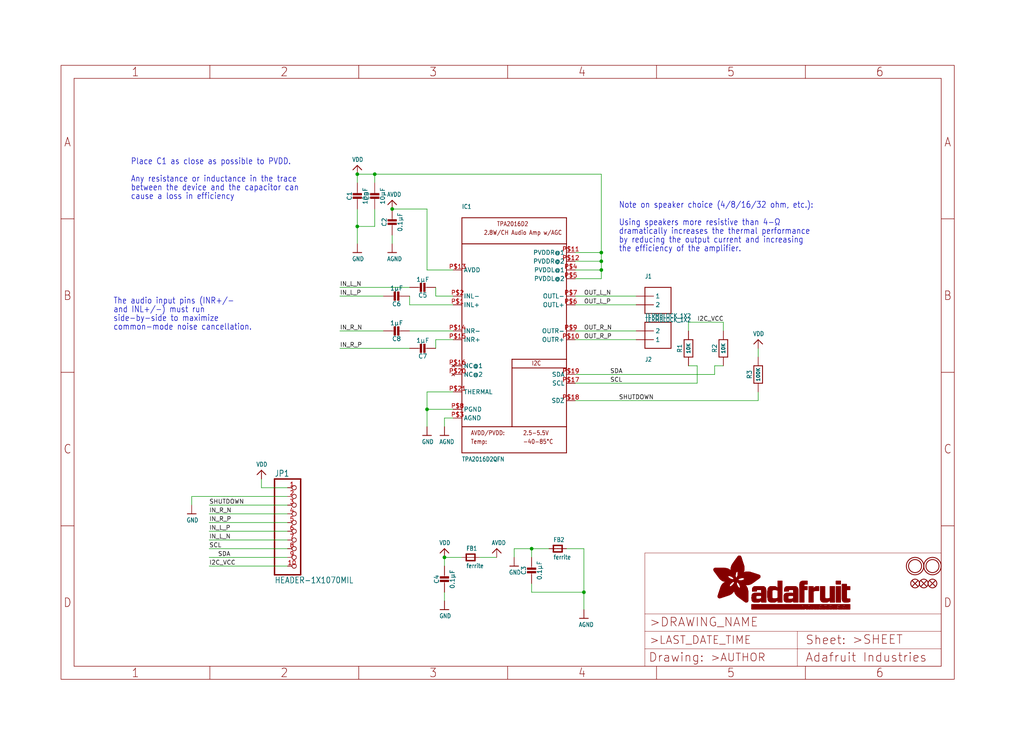
<source format=kicad_sch>
(kicad_sch (version 20211123) (generator eeschema)
  (paper "User" 298.45 217.881)
  (lib_symbols
    (symbol "eagleSchem-eagle-import:AGND" (power)
      (property "Value" "AGND" (at -1.524 -2.54 0))
      (symbol "AGND_1_0"
        (pin power_in line (at 0 2.54 270) (length 2.54) (name "AGND") (number "1"))
      )
    )
    (symbol "eagleSchem-eagle-import:AVDD" (power)
      (property "Value" "AVDD" (at -1.524 1.016 0))
      (symbol "AVDD_1_0"
        (pin power_in line (at 0 -2.54 90) (length 2.54) (name "AVDD") (number "1"))
      )
    )
    (symbol "eagleSchem-eagle-import:CAP_CERAMIC0805-NOOUTLINE"
      (property "Reference" "C" (at -2.29 1.25 90))
      (property "Value" "CAP_CERAMIC0805-NOOUTLINE" (at 2.3 1.25 90))
      (symbol "CAP_CERAMIC0805-NOOUTLINE_1_0"
        (pin passive line (at 0 5.08 270) (length 2.54) (name "1") (number "1"))
        (pin passive line (at 0 -2.54 90) (length 2.54) (name "2") (number "2"))
      )
    )
    (symbol "eagleSchem-eagle-import:FERRITE_0805MP"
      (property "Reference" "FB" (at -1.27 1.905 0))
      (property "Value" "FERRITE_0805MP" (at -1.27 -3.175 0))
      (symbol "FERRITE_0805MP_1_0"
        (pin passive line (at -2.54 0 0) (length 2.54) (name "P$1") (number "1"))
        (pin passive line (at 2.54 0 180) (length 2.54) (name "P$2") (number "2"))
      )
    )
    (symbol "eagleSchem-eagle-import:FIDUCIAL{dblquote}{dblquote}")
    (symbol "eagleSchem-eagle-import:FRAME_A4_ADAFRUIT"
      (symbol "FRAME_A4_ADAFRUIT_1_0"
        (text "1" (at 21.6958 1.905 0) (effects (font (size 2.54 2.286))))
        (text "1" (at 21.6958 177.165 0) (effects (font (size 2.54 2.286))))
        (text "2" (at 65.0875 1.905 0) (effects (font (size 2.54 2.286))))
        (text "2" (at 65.0875 177.165 0) (effects (font (size 2.54 2.286))))
        (text "3" (at 108.4792 1.905 0) (effects (font (size 2.54 2.286))))
        (text "3" (at 108.4792 177.165 0) (effects (font (size 2.54 2.286))))
        (text "4" (at 151.8708 1.905 0) (effects (font (size 2.54 2.286))))
        (text "4" (at 151.8708 177.165 0) (effects (font (size 2.54 2.286))))
        (text "5" (at 195.2625 1.905 0) (effects (font (size 2.54 2.286))))
        (text "5" (at 195.2625 177.165 0) (effects (font (size 2.54 2.286))))
        (text "6" (at 238.6542 1.905 0) (effects (font (size 2.54 2.286))))
        (text "6" (at 238.6542 177.165 0) (effects (font (size 2.54 2.286))))
        (text ">AUTHOR" (at 189.23 5.08 0) (effects (font (size 2.286 2.286)) (justify left bottom)))
        (text ">DRAWING_NAME" (at 171.45 15.24 0) (effects (font (size 2.54 2.54)) (justify left bottom)))
        (text ">LAST_DATE_TIME" (at 171.45 10.16 0) (effects (font (size 2.286 2.286)) (justify left bottom)))
        (text ">SHEET" (at 230.505 10.16 0) (effects (font (size 2.54 2.54)) (justify left bottom)))
        (text "A" (at 1.905 156.6863 0) (effects (font (size 2.54 2.286))))
        (text "A" (at 258.445 156.6863 0) (effects (font (size 2.54 2.286))))
        (text "Adafruit Industries" (at 216.916 4.953 0) (effects (font (size 2.54 2.54)) (justify left bottom)))
        (text "B" (at 1.905 111.9188 0) (effects (font (size 2.54 2.286))))
        (text "B" (at 258.445 111.9188 0) (effects (font (size 2.54 2.286))))
        (text "C" (at 1.905 67.1513 0) (effects (font (size 2.54 2.286))))
        (text "C" (at 258.445 67.1513 0) (effects (font (size 2.54 2.286))))
        (text "D" (at 1.905 22.3838 0) (effects (font (size 2.54 2.286))))
        (text "D" (at 258.445 22.3838 0) (effects (font (size 2.54 2.286))))
        (text "Drawing:" (at 171.196 4.953 0) (effects (font (size 2.54 2.54)) (justify left bottom)))
        (text "Sheet:" (at 216.916 10.033 0) (effects (font (size 2.54 2.54)) (justify left bottom)))
      )
    )
    (symbol "eagleSchem-eagle-import:GND" (power)
      (property "Value" "GND" (at -1.524 -2.54 0))
      (symbol "GND_1_0"
        (pin power_in line (at 0 2.54 270) (length 2.54) (name "GND") (number "1"))
      )
    )
    (symbol "eagleSchem-eagle-import:HEADER-1X1070MIL"
      (property "Reference" "JP" (at -6.35 13.335 0))
      (property "Value" "HEADER-1X1070MIL" (at -6.35 -17.78 0))
      (symbol "HEADER-1X1070MIL_1_0"
        (pin passive inverted (at -2.54 10.16 0) (length 2.54) (name "1") (number "1"))
        (pin passive inverted (at -2.54 -12.7 0) (length 2.54) (name "10") (number "10"))
        (pin passive inverted (at -2.54 7.62 0) (length 2.54) (name "2") (number "2"))
        (pin passive inverted (at -2.54 5.08 0) (length 2.54) (name "3") (number "3"))
        (pin passive inverted (at -2.54 2.54 0) (length 2.54) (name "4") (number "4"))
        (pin passive inverted (at -2.54 0 0) (length 2.54) (name "5") (number "5"))
        (pin passive inverted (at -2.54 -2.54 0) (length 2.54) (name "6") (number "6"))
        (pin passive inverted (at -2.54 -5.08 0) (length 2.54) (name "7") (number "7"))
        (pin passive inverted (at -2.54 -7.62 0) (length 2.54) (name "8") (number "8"))
        (pin passive inverted (at -2.54 -10.16 0) (length 2.54) (name "9") (number "9"))
      )
    )
    (symbol "eagleSchem-eagle-import:MOUNTINGHOLE2.5_THICK")
    (symbol "eagleSchem-eagle-import:RESISTOR0805_NOOUTLINE"
      (property "Reference" "R" (at 0 2.54 0))
      (property "Value" "RESISTOR0805_NOOUTLINE" (at 0 0 0))
      (symbol "RESISTOR0805_NOOUTLINE_1_0"
        (pin passive line (at -5.08 0 0) (length 2.54) (name "1") (number "1"))
        (pin passive line (at 5.08 0 180) (length 2.54) (name "2") (number "2"))
      )
    )
    (symbol "eagleSchem-eagle-import:TERMBLOCK_1X2"
      (property "Reference" "X" (at -2.54 7.62 0))
      (property "Value" "TERMBLOCK_1X2" (at -2.54 -5.08 0))
      (symbol "TERMBLOCK_1X2_1_0"
        (pin passive line (at -5.08 2.54 0) (length 5.08) (name "1") (number "1"))
        (pin passive line (at -5.08 0 0) (length 5.08) (name "2") (number "2"))
      )
    )
    (symbol "eagleSchem-eagle-import:TPA2016D2QFN"
      (property "Reference" "IC" (at -15.24 33.02 0))
      (property "Value" "TPA2016D2QFN" (at -15.24 -40.64 0))
      (symbol "TPA2016D2QFN_1_0"
        (text "-40-85°C" (at 2.54 -35.56 0) (effects (font (size 1.27 1.0795)) (justify left bottom)))
        (text "2.5-5.5V" (at 2.54 -33.02 0) (effects (font (size 1.27 1.0795)) (justify left bottom)))
        (text "2.8W/CH Audio Amp w/AGC" (at -8.89 25.4 0) (effects (font (size 1.27 1.0795)) (justify left bottom)))
        (text "AVDD/PVDD:" (at -12.7 -33.02 0) (effects (font (size 1.27 1.0795)) (justify left bottom)))
        (text "I2C" (at 5.08 -12.7 0) (effects (font (size 1.27 1.0795)) (justify left bottom)))
        (text "Temp:" (at -12.7 -35.56 0) (effects (font (size 1.27 1.0795)) (justify left bottom)))
        (text "TPA2016D2" (at -5.08 27.94 0) (effects (font (size 1.27 1.0795)) (justify left bottom)))
        (pin input line (at -17.78 5.08 0) (length 2.54) (name "INL+") (number "P$1"))
        (pin output line (at 17.78 -5.08 180) (length 2.54) (name "OUTR+") (number "P$10"))
        (pin power_in line (at 17.78 20.32 180) (length 2.54) (name "PVDDR@1") (number "P$11"))
        (pin power_in line (at 17.78 17.78 180) (length 2.54) (name "PVDDR@2") (number "P$12"))
        (pin power_in line (at -17.78 15.24 0) (length 2.54) (name "AVDD") (number "P$13"))
        (pin input line (at -17.78 -2.54 0) (length 2.54) (name "INR-") (number "P$14"))
        (pin input line (at -17.78 -5.08 0) (length 2.54) (name "INR+") (number "P$15"))
        (pin no_connect line (at -17.78 -12.7 0) (length 2.54) (name "NC@1") (number "P$16"))
        (pin bidirectional line (at 17.78 -17.78 180) (length 2.54) (name "SCL") (number "P$17"))
        (pin input line (at 17.78 -22.86 180) (length 2.54) (name "SDZ") (number "P$18"))
        (pin bidirectional line (at 17.78 -15.24 180) (length 2.54) (name "SDA") (number "P$19"))
        (pin input line (at -17.78 7.62 0) (length 2.54) (name "INL-") (number "P$2"))
        (pin no_connect line (at -17.78 -15.24 0) (length 2.54) (name "NC@2") (number "P$20"))
        (pin bidirectional line (at -17.78 -20.32 0) (length 2.54) (name "THERMAL") (number "P$21"))
        (pin power_in line (at -17.78 -27.94 0) (length 2.54) (name "AGND") (number "P$3"))
        (pin power_in line (at 17.78 15.24 180) (length 2.54) (name "PVDDL@1") (number "P$4"))
        (pin power_in line (at 17.78 12.7 180) (length 2.54) (name "PVDDL@2") (number "P$5"))
        (pin output line (at 17.78 5.08 180) (length 2.54) (name "OUTL+") (number "P$6"))
        (pin output line (at 17.78 7.62 180) (length 2.54) (name "OUTL-") (number "P$7"))
        (pin power_in line (at -17.78 -25.4 0) (length 2.54) (name "PGND") (number "P$8"))
        (pin output line (at 17.78 -2.54 180) (length 2.54) (name "OUTR-") (number "P$9"))
      )
    )
    (symbol "eagleSchem-eagle-import:VDD" (power)
      (property "Value" "VDD" (at -1.524 1.016 0))
      (symbol "VDD_1_0"
        (pin power_in line (at 0 -2.54 90) (length 2.54) (name "VDD") (number "1"))
      )
    )
  )
  (junction (at 175.26 73.66))
  (junction (at 109.22 50.8))
  (junction (at 104.14 66.04))
  (junction (at 154.94 160.02))
  (junction (at 114.3 60.96))
  (junction (at 170.18 172.72))
  (junction (at 104.14 50.8))
  (junction (at 124.46 119.38))
  (junction (at 175.26 78.74))
  (junction (at 129.54 162.56))
  (junction (at 175.26 76.2))
  (wire (pts (xy 109.22 66.04) (xy 109.22 60.96)))
  (wire (pts (xy 160.02 160.02) (xy 154.94 160.02)))
  (wire (pts (xy 114.3 68.58) (xy 114.3 71.12)))
  (wire (pts (xy 175.26 81.28) (xy 167.64 81.28)))
  (wire (pts (xy 167.64 109.22) (xy 208.28 109.22)))
  (wire (pts (xy 119.38 96.52) (xy 132.08 96.52)))
  (wire (pts (xy 129.54 162.56) (xy 134.62 162.56)))
  (wire (pts (xy 104.14 50.8) (xy 109.22 50.8)))
  (wire (pts (xy 83.82 149.86) (xy 60.96 149.86)))
  (wire (pts (xy 129.54 162.56) (xy 129.54 165.1)))
  (wire (pts (xy 127 86.36) (xy 127 83.82)))
  (wire (pts (xy 170.18 172.72) (xy 170.18 177.8)))
  (wire (pts (xy 104.14 50.8) (xy 104.14 53.34)))
  (wire (pts (xy 55.88 144.78) (xy 55.88 147.32)))
  (wire (pts (xy 119.38 86.36) (xy 119.38 88.9)))
  (wire (pts (xy 139.7 162.56) (xy 144.78 162.56)))
  (wire (pts (xy 203.2 106.68) (xy 200.66 106.68)))
  (wire (pts (xy 165.1 160.02) (xy 170.18 160.02)))
  (wire (pts (xy 167.64 78.74) (xy 175.26 78.74)))
  (wire (pts (xy 154.94 172.72) (xy 170.18 172.72)))
  (wire (pts (xy 220.98 116.84) (xy 220.98 114.3)))
  (wire (pts (xy 124.46 60.96) (xy 114.3 60.96)))
  (wire (pts (xy 220.98 101.6) (xy 220.98 104.14)))
  (wire (pts (xy 167.64 111.76) (xy 203.2 111.76)))
  (wire (pts (xy 154.94 160.02) (xy 149.86 160.02)))
  (wire (pts (xy 208.28 106.68) (xy 210.82 106.68)))
  (wire (pts (xy 210.82 93.98) (xy 200.66 93.98)))
  (wire (pts (xy 175.26 78.74) (xy 175.26 81.28)))
  (wire (pts (xy 111.76 86.36) (xy 99.06 86.36)))
  (wire (pts (xy 167.64 96.52) (xy 185.42 96.52)))
  (wire (pts (xy 127 101.6) (xy 127 99.06)))
  (wire (pts (xy 167.64 73.66) (xy 175.26 73.66)))
  (wire (pts (xy 109.22 50.8) (xy 175.26 50.8)))
  (wire (pts (xy 60.96 162.56) (xy 83.82 162.56)))
  (wire (pts (xy 83.82 147.32) (xy 60.96 147.32)))
  (wire (pts (xy 109.22 53.34) (xy 109.22 50.8)))
  (wire (pts (xy 154.94 160.02) (xy 154.94 162.56)))
  (wire (pts (xy 104.14 66.04) (xy 109.22 66.04)))
  (wire (pts (xy 55.88 144.78) (xy 83.82 144.78)))
  (wire (pts (xy 167.64 99.06) (xy 185.42 99.06)))
  (wire (pts (xy 124.46 114.3) (xy 124.46 119.38)))
  (wire (pts (xy 83.82 142.24) (xy 76.2 142.24)))
  (wire (pts (xy 119.38 88.9) (xy 132.08 88.9)))
  (wire (pts (xy 149.86 160.02) (xy 149.86 162.56)))
  (wire (pts (xy 175.26 76.2) (xy 175.26 78.74)))
  (wire (pts (xy 167.64 88.9) (xy 185.42 88.9)))
  (wire (pts (xy 210.82 96.52) (xy 210.82 93.98)))
  (wire (pts (xy 129.54 172.72) (xy 129.54 175.26)))
  (wire (pts (xy 167.64 86.36) (xy 185.42 86.36)))
  (wire (pts (xy 154.94 170.18) (xy 154.94 172.72)))
  (wire (pts (xy 129.54 121.92) (xy 129.54 124.46)))
  (wire (pts (xy 83.82 165.1) (xy 60.96 165.1)))
  (wire (pts (xy 200.66 96.52) (xy 200.66 93.98)))
  (wire (pts (xy 208.28 109.22) (xy 208.28 106.68)))
  (wire (pts (xy 127 99.06) (xy 132.08 99.06)))
  (wire (pts (xy 99.06 101.6) (xy 119.38 101.6)))
  (wire (pts (xy 83.82 160.02) (xy 60.96 160.02)))
  (wire (pts (xy 99.06 83.82) (xy 119.38 83.82)))
  (wire (pts (xy 132.08 78.74) (xy 124.46 78.74)))
  (wire (pts (xy 104.14 60.96) (xy 104.14 66.04)))
  (wire (pts (xy 132.08 119.38) (xy 124.46 119.38)))
  (wire (pts (xy 132.08 86.36) (xy 127 86.36)))
  (wire (pts (xy 132.08 114.3) (xy 124.46 114.3)))
  (wire (pts (xy 76.2 142.24) (xy 76.2 139.7)))
  (wire (pts (xy 124.46 119.38) (xy 124.46 124.46)))
  (wire (pts (xy 167.64 116.84) (xy 220.98 116.84)))
  (wire (pts (xy 175.26 50.8) (xy 175.26 73.66)))
  (wire (pts (xy 203.2 111.76) (xy 203.2 106.68)))
  (wire (pts (xy 83.82 157.48) (xy 60.96 157.48)))
  (wire (pts (xy 170.18 160.02) (xy 170.18 172.72)))
  (wire (pts (xy 124.46 78.74) (xy 124.46 60.96)))
  (wire (pts (xy 104.14 66.04) (xy 104.14 71.12)))
  (wire (pts (xy 175.26 76.2) (xy 167.64 76.2)))
  (wire (pts (xy 175.26 73.66) (xy 175.26 76.2)))
  (wire (pts (xy 132.08 121.92) (xy 129.54 121.92)))
  (wire (pts (xy 83.82 154.94) (xy 60.96 154.94)))
  (wire (pts (xy 111.76 96.52) (xy 99.06 96.52)))
  (wire (pts (xy 83.82 152.4) (xy 60.96 152.4)))
  (text "the efficiency of the amplifier." (at 180.34 73.66 180) (effects (font (size 1.778 1.5113)) (justify left bottom)))
  (text "Using speakers more resistive than 4-Ω" (at 180.34 66.04 180) (effects (font (size 1.778 1.5113)) (justify left bottom)))
  (text "Any resistance or inductance in the trace" (at 38.1 53.34 180) (effects (font (size 1.778 1.5113)) (justify left bottom)))
  (text "cause a loss in efficiency" (at 38.1 58.42 180) (effects (font (size 1.778 1.5113)) (justify left bottom)))
  (text "Place C1 as close as possible to PVDD." (at 38.1 48.26 180) (effects (font (size 1.778 1.5113)) (justify left bottom)))
  (text "and INL+/-) must run" (at 33.02 91.44 180) (effects (font (size 1.778 1.5113)) (justify left bottom)))
  (text "between the device and the capacitor can" (at 38.1 55.88 180) (effects (font (size 1.778 1.5113)) (justify left bottom)))
  (text "The audio input pins (INR+/-" (at 33.02 88.9 180) (effects (font (size 1.778 1.5113)) (justify left bottom)))
  (text "side-by-side to maximize" (at 33.02 93.98 180) (effects (font (size 1.778 1.5113)) (justify left bottom)))
  (text "Note on speaker choice (4/8/16/32 ohm, etc.):" (at 180.34 60.96 180) (effects (font (size 1.778 1.5113)) (justify left bottom)))
  (text "by reducing the output current and increasing" (at 180.34 71.12 180) (effects (font (size 1.778 1.5113)) (justify left bottom)))
  (text "dramatically increases the thermal performance" (at 180.34 68.58 180) (effects (font (size 1.778 1.5113)) (justify left bottom)))
  (text "common-mode noise cancellation." (at 33.02 96.52 180) (effects (font (size 1.778 1.5113)) (justify left bottom)))
  (label "IN_R_P" (at 60.96 152.4 0) (effects (font (size 1.2446 1.2446))))
  (label "SDA" (at 177.8 109.22 0) (effects (font (size 1.2446 1.2446))))
  (label "IN_L_N" (at 60.96 157.48 0) (effects (font (size 1.2446 1.2446))))
  (label "IN_L_P" (at 99.06 86.36 0) (effects (font (size 1.2446 1.2446))))
  (label "I2C_VCC" (at 60.96 165.1 0) (effects (font (size 1.2446 1.2446))))
  (label "IN_L_N" (at 99.06 83.82 0) (effects (font (size 1.2446 1.2446))))
  (label "SHUTDOWN" (at 60.96 147.32 0) (effects (font (size 1.2446 1.2446))))
  (label "IN_R_N" (at 99.06 96.52 0) (effects (font (size 1.2446 1.2446))))
  (label "OUT_L_P" (at 170.18 88.9 0) (effects (font (size 1.2446 1.2446))))
  (label "SCL" (at 60.96 160.02 0) (effects (font (size 1.2446 1.2446))))
  (label "IN_R_P" (at 99.06 101.6 0) (effects (font (size 1.2446 1.2446))))
  (label "SDA" (at 63.5 162.56 0) (effects (font (size 1.2446 1.2446))))
  (label "OUT_R_P" (at 170.18 99.06 0) (effects (font (size 1.2446 1.2446))))
  (label "IN_L_P" (at 60.96 154.94 0) (effects (font (size 1.2446 1.2446))))
  (label "I2C_VCC" (at 203.2 93.98 0) (effects (font (size 1.2446 1.2446))))
  (label "OUT_L_N" (at 170.18 86.36 0) (effects (font (size 1.2446 1.2446))))
  (label "OUT_R_N" (at 170.18 96.52 0) (effects (font (size 1.2446 1.2446))))
  (label "SCL" (at 177.8 111.76 0) (effects (font (size 1.2446 1.2446))))
  (label "SHUTDOWN" (at 180.34 116.84 0) (effects (font (size 1.2446 1.2446))))
  (label "IN_R_N" (at 60.96 149.86 0) (effects (font (size 1.2446 1.2446))))
  (symbol (lib_id "eagleSchem-eagle-import:FIDUCIAL{dblquote}{dblquote}") (at 269.24 170.18 0) (unit 1)
    (property "Reference" "FID2" (effects hide))
    (property "Value" "FIDUCIAL{dblquote}{dblquote}" (effects hide))
    (property "Footprint" "eagleSchem:FIDUCIAL_1MM" (effects hide))
  )
  (symbol (lib_id "eagleSchem-eagle-import:AGND") (at 129.54 127 0) (unit 1)
    (property "Reference" "#U$14" (effects hide))
    (property "Value" "AGND" (at 128.016 129.54 0) (effects (font (size 1.27 1.0795)) (justify left bottom)))
    (property "Footprint" "eagleSchem:" (effects hide))
  )
  (symbol (lib_id "eagleSchem-eagle-import:GND") (at 149.86 165.1 0) (unit 1)
    (property "Reference" "#U$6" (effects hide))
    (property "Value" "GND" (at 148.336 167.64 0) (effects (font (size 1.27 1.0795)) (justify left bottom)))
    (property "Footprint" "eagleSchem:" (effects hide))
  )
  (symbol (lib_id "eagleSchem-eagle-import:CAP_CERAMIC0805-NOOUTLINE") (at 116.84 86.36 90) (unit 1)
    (property "Reference" "C6" (at 115.59 88.65 90))
    (property "Value" "1µF" (at 115.59 84.06 90))
    (property "Footprint" "eagleSchem:0805-NO" (effects hide))
  )
  (symbol (lib_id "eagleSchem-eagle-import:CAP_CERAMIC0805-NOOUTLINE") (at 129.54 170.18 0) (unit 1)
    (property "Reference" "C4" (at 127.25 168.93 90))
    (property "Value" "0.1µF" (at 131.84 168.93 90))
    (property "Footprint" "eagleSchem:0805-NO" (effects hide))
  )
  (symbol (lib_id "eagleSchem-eagle-import:CAP_CERAMIC0805-NOOUTLINE") (at 116.84 96.52 90) (unit 1)
    (property "Reference" "C8" (at 115.59 98.81 90))
    (property "Value" "1µF" (at 115.59 94.22 90))
    (property "Footprint" "eagleSchem:0805-NO" (effects hide))
  )
  (symbol (lib_id "eagleSchem-eagle-import:AGND") (at 170.18 180.34 0) (unit 1)
    (property "Reference" "#U$8" (effects hide))
    (property "Value" "AGND" (at 168.656 182.88 0) (effects (font (size 1.27 1.0795)) (justify left bottom)))
    (property "Footprint" "eagleSchem:" (effects hide))
  )
  (symbol (lib_id "eagleSchem-eagle-import:TERMBLOCK_1X2") (at 190.5 96.52 0) (mirror x) (unit 1)
    (property "Reference" "J2" (at 187.96 104.14 0) (effects (font (size 1.27 1.0795)) (justify left bottom)))
    (property "Value" "TERMBLOCK_1X2" (at 187.96 91.44 0) (effects (font (size 1.27 1.0795)) (justify left bottom)))
    (property "Footprint" "eagleSchem:TERMBLOCK_1X2-3.5MM" (effects hide))
  )
  (symbol (lib_id "eagleSchem-eagle-import:RESISTOR0805_NOOUTLINE") (at 200.66 101.6 90) (unit 1)
    (property "Reference" "R1" (at 198.12 101.6 0))
    (property "Value" "10K" (at 200.66 101.6 0) (effects (font (size 1.016 1.016) bold)))
    (property "Footprint" "eagleSchem:0805-NO" (effects hide))
  )
  (symbol (lib_id "eagleSchem-eagle-import:AVDD") (at 114.3 58.42 0) (unit 1)
    (property "Reference" "#U$15" (effects hide))
    (property "Value" "AVDD" (at 112.776 57.404 0) (effects (font (size 1.27 1.0795)) (justify left bottom)))
    (property "Footprint" "eagleSchem:" (effects hide))
  )
  (symbol (lib_id "eagleSchem-eagle-import:TERMBLOCK_1X2") (at 190.5 88.9 0) (unit 1)
    (property "Reference" "J1" (at 187.96 81.28 0) (effects (font (size 1.27 1.0795)) (justify left bottom)))
    (property "Value" "TERMBLOCK_1X2" (at 187.96 93.98 0) (effects (font (size 1.27 1.0795)) (justify left bottom)))
    (property "Footprint" "eagleSchem:TERMBLOCK_1X2-3.5MM" (effects hide))
  )
  (symbol (lib_id "eagleSchem-eagle-import:CAP_CERAMIC0805-NOOUTLINE") (at 109.22 58.42 0) (unit 1)
    (property "Reference" "C9" (at 106.93 57.17 90))
    (property "Value" "10µF" (at 111.52 57.17 90))
    (property "Footprint" "eagleSchem:0805-NO" (effects hide))
  )
  (symbol (lib_id "eagleSchem-eagle-import:RESISTOR0805_NOOUTLINE") (at 220.98 109.22 90) (unit 1)
    (property "Reference" "R3" (at 218.44 109.22 0))
    (property "Value" "100K" (at 220.98 109.22 0) (effects (font (size 1.016 1.016) bold)))
    (property "Footprint" "eagleSchem:0805-NO" (effects hide))
  )
  (symbol (lib_id "eagleSchem-eagle-import:VDD") (at 129.54 160.02 0) (unit 1)
    (property "Reference" "#U$7" (effects hide))
    (property "Value" "VDD" (at 128.016 159.004 0) (effects (font (size 1.27 1.0795)) (justify left bottom)))
    (property "Footprint" "eagleSchem:" (effects hide))
  )
  (symbol (lib_id "eagleSchem-eagle-import:CAP_CERAMIC0805-NOOUTLINE") (at 154.94 167.64 0) (unit 1)
    (property "Reference" "C3" (at 152.65 166.39 90))
    (property "Value" "0.1µF" (at 157.24 166.39 90))
    (property "Footprint" "eagleSchem:0805-NO" (effects hide))
  )
  (symbol (lib_id "eagleSchem-eagle-import:FRAME_A4_ADAFRUIT") (at 17.78 198.12 0) (unit 1)
    (property "Reference" "#U$1" (effects hide))
    (property "Value" "FRAME_A4_ADAFRUIT" (effects hide))
    (property "Footprint" "eagleSchem:" (effects hide))
  )
  (symbol (lib_id "eagleSchem-eagle-import:AVDD") (at 144.78 160.02 0) (unit 1)
    (property "Reference" "#U$9" (effects hide))
    (property "Value" "AVDD" (at 143.256 159.004 0) (effects (font (size 1.27 1.0795)) (justify left bottom)))
    (property "Footprint" "eagleSchem:" (effects hide))
  )
  (symbol (lib_id "eagleSchem-eagle-import:CAP_CERAMIC0805-NOOUTLINE") (at 124.46 83.82 90) (unit 1)
    (property "Reference" "C5" (at 123.21 86.11 90))
    (property "Value" "1µF" (at 123.21 81.52 90))
    (property "Footprint" "eagleSchem:0805-NO" (effects hide))
  )
  (symbol (lib_id "eagleSchem-eagle-import:HEADER-1X1070MIL") (at 86.36 152.4 0) (unit 1)
    (property "Reference" "JP1" (at 80.01 139.065 0) (effects (font (size 1.778 1.5113)) (justify left bottom)))
    (property "Value" "HEADER-1X1070MIL" (at 80.01 170.18 0) (effects (font (size 1.778 1.5113)) (justify left bottom)))
    (property "Footprint" "eagleSchem:1X10_ROUND70" (effects hide))
  )
  (symbol (lib_id "eagleSchem-eagle-import:FIDUCIAL{dblquote}{dblquote}") (at 266.7 170.18 0) (unit 1)
    (property "Reference" "FID3" (effects hide))
    (property "Value" "FIDUCIAL{dblquote}{dblquote}" (effects hide))
    (property "Footprint" "eagleSchem:FIDUCIAL_1MM" (effects hide))
    (property "Value" "FIDUCIAL{dblquote}{dblquote}" (effects hide))
  )
  (symbol (lib_id "eagleSchem-eagle-import:FIDUCIAL{dblquote}{dblquote}") (at 271.78 170.18 0) (unit 1)
    (property "Reference" "FID1" (effects hide))
    (property "Value" "FIDUCIAL{dblquote}{dblquote}" (effects hide))
    (property "Footprint" "eagleSchem:FIDUCIAL_1MM" (effects hide))
  )
  (symbol (lib_id "eagleSchem-eagle-import:MOUNTINGHOLE2.5_THICK") (at 271.78 165.1 0) (unit 1)
    (property "Reference" "U$20" (effects hide))
    (property "Value" "MOUNTINGHOLE2.5_THICK" (effects hide))
    (property "Footprint" "eagleSchem:MOUNTINGHOLE_2.5_PLATED_THICK" (effects hide))
  )
  (symbol (lib_id "eagleSchem-eagle-import:VDD") (at 104.14 48.26 0) (unit 1)
    (property "Reference" "#U$10" (effects hide))
    (property "Value" "VDD" (at 102.616 47.244 0) (effects (font (size 1.27 1.0795)) (justify left bottom)))
    (property "Footprint" "eagleSchem:" (effects hide))
  )
  (symbol (lib_id "eagleSchem-eagle-import:GND") (at 129.54 177.8 0) (unit 1)
    (property "Reference" "#U$17" (effects hide))
    (property "Value" "GND" (at 128.016 180.34 0) (effects (font (size 1.27 1.0795)) (justify left bottom)))
    (property "Footprint" "eagleSchem:" (effects hide))
  )
  (symbol (lib_id "eagleSchem-eagle-import:FERRITE_0805MP") (at 137.16 162.56 0) (unit 1)
    (property "Reference" "FB1" (at 135.89 160.655 0) (effects (font (size 1.27 1.0795)) (justify left bottom)))
    (property "Value" "ferrite" (at 135.89 165.735 0) (effects (font (size 1.27 1.0795)) (justify left bottom)))
    (property "Footprint" "eagleSchem:_0805MP" (effects hide))
  )
  (symbol (lib_id "eagleSchem-eagle-import:FERRITE_0805MP") (at 162.56 160.02 0) (unit 1)
    (property "Reference" "FB2" (at 161.29 158.115 0) (effects (font (size 1.27 1.0795)) (justify left bottom)))
    (property "Value" "ferrite" (at 161.29 163.195 0) (effects (font (size 1.27 1.0795)) (justify left bottom)))
    (property "Footprint" "eagleSchem:_0805MP" (effects hide))
  )
  (symbol (lib_id "eagleSchem-eagle-import:MOUNTINGHOLE2.5_THICK") (at 266.7 165.1 0) (unit 1)
    (property "Reference" "U$21" (effects hide))
    (property "Value" "MOUNTINGHOLE2.5_THICK" (effects hide))
    (property "Footprint" "eagleSchem:MOUNTINGHOLE_2.5_PLATED_THICK" (effects hide))
  )
  (symbol (lib_id "eagleSchem-eagle-import:CAP_CERAMIC0805-NOOUTLINE") (at 104.14 58.42 0) (unit 1)
    (property "Reference" "C1" (at 101.85 57.17 90))
    (property "Value" "10µF" (at 106.44 57.17 90))
    (property "Footprint" "eagleSchem:0805-NO" (effects hide))
  )
  (symbol (lib_id "eagleSchem-eagle-import:GND") (at 104.14 73.66 0) (unit 1)
    (property "Reference" "#U$11" (effects hide))
    (property "Value" "GND" (at 102.616 76.2 0) (effects (font (size 1.27 1.0795)) (justify left bottom)))
    (property "Footprint" "eagleSchem:" (effects hide))
  )
  (symbol (lib_id "eagleSchem-eagle-import:VDD") (at 76.2 137.16 0) (unit 1)
    (property "Reference" "#U$18" (effects hide))
    (property "Value" "VDD" (at 74.676 136.144 0) (effects (font (size 1.27 1.0795)) (justify left bottom)))
    (property "Footprint" "eagleSchem:" (effects hide))
  )
  (symbol (lib_id "eagleSchem-eagle-import:CAP_CERAMIC0805-NOOUTLINE") (at 124.46 101.6 90) (unit 1)
    (property "Reference" "C7" (at 123.21 103.89 90))
    (property "Value" "1µF" (at 123.21 99.3 90))
    (property "Footprint" "eagleSchem:0805-NO" (effects hide))
  )
  (symbol (lib_id "eagleSchem-eagle-import:CAP_CERAMIC0805-NOOUTLINE") (at 114.3 66.04 0) (unit 1)
    (property "Reference" "C2" (at 112.01 64.79 90))
    (property "Value" "0.1µF" (at 116.6 64.79 90))
    (property "Footprint" "eagleSchem:0805-NO" (effects hide))
  )
  (symbol (lib_id "eagleSchem-eagle-import:AGND") (at 114.3 73.66 0) (unit 1)
    (property "Reference" "#U$16" (effects hide))
    (property "Value" "AGND" (at 112.776 76.2 0) (effects (font (size 1.27 1.0795)) (justify left bottom)))
    (property "Footprint" "eagleSchem:" (effects hide))
  )
  (symbol (lib_id "eagleSchem-eagle-import:GND") (at 55.88 149.86 0) (unit 1)
    (property "Reference" "#U$19" (effects hide))
    (property "Value" "GND" (at 54.356 152.4 0) (effects (font (size 1.27 1.0795)) (justify left bottom)))
    (property "Footprint" "eagleSchem:" (effects hide))
  )
  (symbol (lib_id "eagleSchem-eagle-import:RESISTOR0805_NOOUTLINE") (at 210.82 101.6 90) (unit 1)
    (property "Reference" "R2" (at 208.28 101.6 0))
    (property "Value" "10K" (at 210.82 101.6 0) (effects (font (size 1.016 1.016) bold)))
    (property "Footprint" "eagleSchem:0805-NO" (effects hide))
  )
  (symbol (lib_id "eagleSchem-eagle-import:VDD") (at 220.98 99.06 0) (unit 1)
    (property "Reference" "#U$2" (effects hide))
    (property "Value" "VDD" (at 219.456 98.044 0) (effects (font (size 1.27 1.0795)) (justify left bottom)))
    (property "Footprint" "eagleSchem:" (effects hide))
  )
  (symbol (lib_id "eagleSchem-eagle-import:TPA2016D2QFN") (at 149.86 93.98 0) (unit 1)
    (property "Reference" "IC1" (at 134.62 60.96 0) (effects (font (size 1.27 1.0795)) (justify left bottom)))
    (property "Value" "TPA2016D2QFN" (at 134.62 134.62 0) (effects (font (size 1.27 1.0795)) (justify left bottom)))
    (property "Footprint" "eagleSchem:QFN20_4MM" (effects hide))
  )
  (symbol (lib_id "eagleSchem-eagle-import:GND") (at 124.46 127 0) (unit 1)
    (property "Reference" "#U$5" (effects hide))
    (property "Value" "GND" (at 122.936 129.54 0) (effects (font (size 1.27 1.0795)) (justify left bottom)))
    (property "Footprint" "eagleSchem:" (effects hide))
  )
)
</source>
